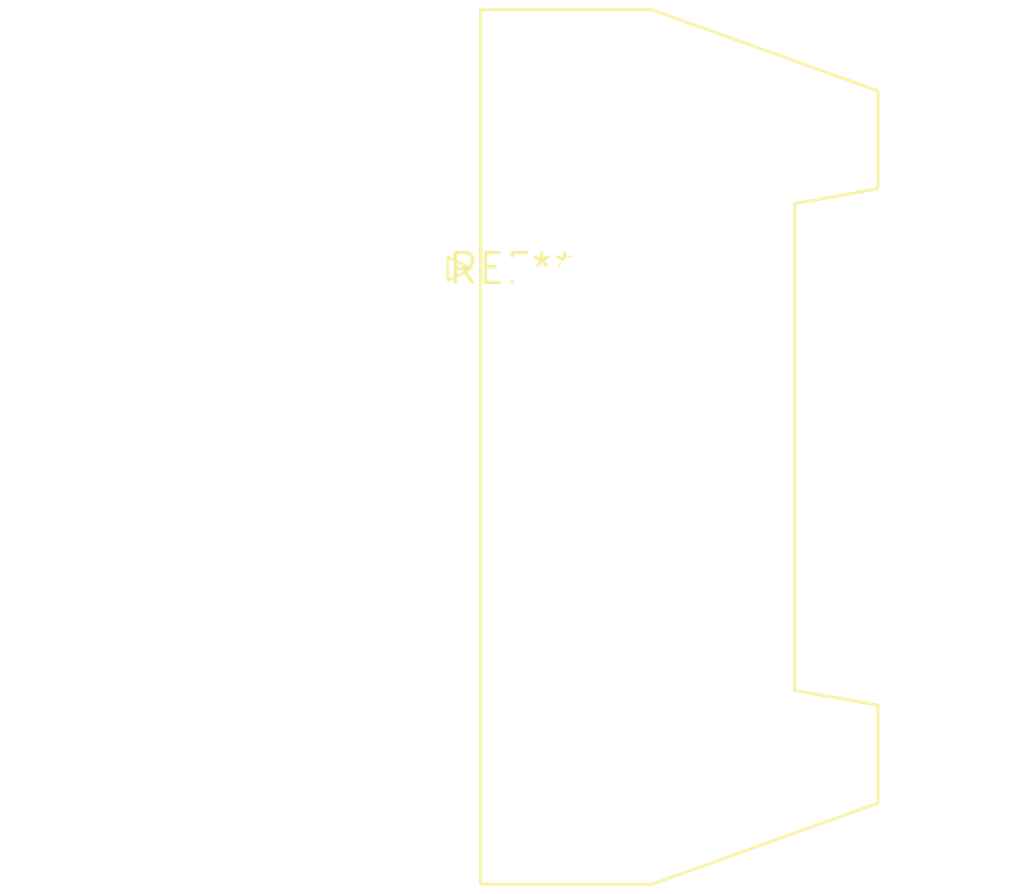
<source format=kicad_pcb>
(kicad_pcb (version 20240108) (generator pcbnew)
  (layers (0 "F.Cu" signal) (31 "B.Cu" signal) (34 "B.Paste" user) (35 "F.Paste" user) (36 "B.SilkS" user "B.Silkscreen") (37 "F.SilkS" user "F.Silkscreen") (38 "B.Mask" user) (39 "F.Mask" user) (44 "Edge.Cuts" user))
  (net 0 "")
  (footprint "IDC-Header_2x07_P2.54mm_Latch_Horizontal" (layer "F.Cu") (at 0 0)
    (property "Reference" "REF**")
    (property "Value" "IDC-Header_2x07_P2.54mm_Latch_Horizontal")
    (fp_line (start -2.74 -0.5) (end -2.74 0.5) (layer "F.SilkS") (stroke (width 0.12)))
    (fp_line (start -2.74 0.5) (end -1.74 0) (layer "F.SilkS") (stroke (width 0.12)))
    (fp_line (start -1.74 0) (end -2.74 -0.5) (layer "F.SilkS") (stroke (width 0.12)))
    (fp_line (start -1.35 -11.08) (end 5.98 -11.08) (layer "F.SilkS") (stroke (width 0.12)))
    (fp_line (start -1.35 26.32) (end -1.35 -11.08) (layer "F.SilkS") (stroke (width 0.12)))
    (fp_line (start 5.98 -11.08) (end 15.64 -7.61) (layer "F.SilkS") (stroke (width 0.12)))
    (fp_line (start 5.98 26.32) (end -1.35 26.32) (layer "F.SilkS") (stroke (width 0.12)))
    (fp_line (start 12.08 -2.79) (end 12.08 18.03) (layer "F.SilkS") (stroke (width 0.12)))
    (fp_line (start 12.08 18.03) (end 15.64 18.66) (layer "F.SilkS") (stroke (width 0.12)))
    (fp_line (start 15.64 -7.61) (end 15.64 -3.42) (layer "F.SilkS") (stroke (width 0.12)))
    (fp_line (start 15.64 -3.42) (end 12.08 -2.79) (layer "F.SilkS") (stroke (width 0.12)))
    (fp_line (start 15.64 18.66) (end 15.64 22.85) (layer "F.SilkS") (stroke (width 0.12)))
    (fp_line (start 15.64 22.85) (end 5.98 26.32) (layer "F.SilkS") (stroke (width 0.12)))
    (pad "1" thru_hole roundrect (at 0 0) (size 1.7 1.7) (drill 1) (layers *.Cu *.Mask) (remove_unused_layers) (roundrect_rratio 0.147059))
    (pad "2" thru_hole circle (at 2.54 0) (size 1.7 1.7) (drill 1) (layers *.Cu *.Mask) (remove_unused_layers))
    (pad "3" thru_hole circle (at 0 2.54) (size 1.7 1.7) (drill 1) (layers *.Cu *.Mask) (remove_unused_layers))
    (pad "4" thru_hole circle (at 2.54 2.54) (size 1.7 1.7) (drill 1) (layers *.Cu *.Mask) (remove_unused_layers))
    (pad "5" thru_hole circle (at 0 5.08) (size 1.7 1.7) (drill 1) (layers *.Cu *.Mask) (remove_unused_layers))
    (pad "6" thru_hole circle (at 2.54 5.08) (size 1.7 1.7) (drill 1) (layers *.Cu *.Mask) (remove_unused_layers))
    (pad "7" thru_hole circle (at 0 7.62) (size 1.7 1.7) (drill 1) (layers *.Cu *.Mask) (remove_unused_layers))
    (pad "8" thru_hole circle (at 2.54 7.62) (size 1.7 1.7) (drill 1) (layers *.Cu *.Mask) (remove_unused_layers))
    (pad "9" thru_hole circle (at 0 10.16) (size 1.7 1.7) (drill 1) (layers *.Cu *.Mask) (remove_unused_layers))
    (pad "10" thru_hole circle (at 2.54 10.16) (size 1.7 1.7) (drill 1) (layers *.Cu *.Mask) (remove_unused_layers))
    (pad "11" thru_hole circle (at 0 12.7) (size 1.7 1.7) (drill 1) (layers *.Cu *.Mask) (remove_unused_layers))
    (pad "12" thru_hole circle (at 2.54 12.7) (size 1.7 1.7) (drill 1) (layers *.Cu *.Mask) (remove_unused_layers))
    (pad "13" thru_hole circle (at 0 15.24) (size 1.7 1.7) (drill 1) (layers *.Cu *.Mask) (remove_unused_layers))
    (pad "14" thru_hole circle (at 2.54 15.24) (size 1.7 1.7) (drill 1) (layers *.Cu *.Mask) (remove_unused_layers))
  )
)
</source>
